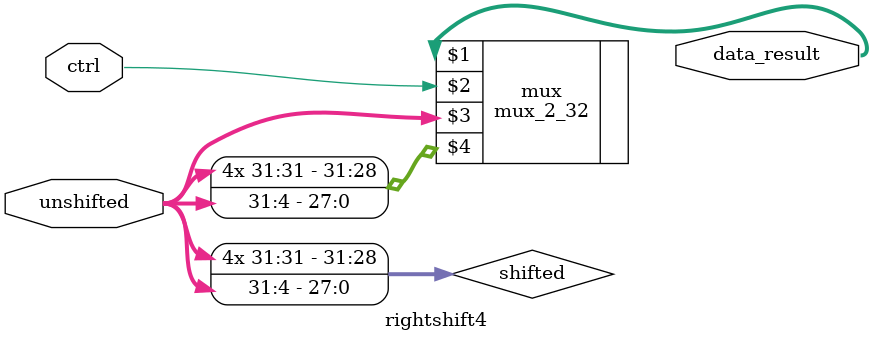
<source format=v>
module rightshift4( data_result, unshifted, ctrl);
    input [31:0] unshifted;
    input ctrl;

    output [31:0] data_result;

    wire [31:0] shifted;

    assign shifted[0] = unshifted[4];
    assign shifted[1] = unshifted[5];
    assign shifted[2] = unshifted[6];
    assign shifted[3] = unshifted[7];
    assign shifted[4] = unshifted[8];
    assign shifted[5] = unshifted[9];
    assign shifted[6] = unshifted[10];
    assign shifted[7] = unshifted[11];
    assign shifted[8] = unshifted[12];
    assign shifted[9] = unshifted[13];
    assign shifted[10] = unshifted[14];
    assign shifted[11] = unshifted[15];
    assign shifted[12] = unshifted[16];
    assign shifted[13] = unshifted[17];
    assign shifted[14] = unshifted[18];
    assign shifted[15] = unshifted[19];
    assign shifted[16] = unshifted[20];
    assign shifted[17] = unshifted[21];
    assign shifted[18] = unshifted[22];
    assign shifted[19] = unshifted[23];
    assign shifted[20] = unshifted[24];
    assign shifted[21] = unshifted[25];
    assign shifted[22] = unshifted[26];
    assign shifted[23] = unshifted[27];
    assign shifted[24] = unshifted[28];
    assign shifted[25] = unshifted[29];
    assign shifted[26] = unshifted[30];
    assign shifted[27] = unshifted[31];
    assign shifted[31] = unshifted[31];
    assign shifted[30] = unshifted[31];
    assign shifted[29] = unshifted[31];
    assign shifted[28] = unshifted[31];

    mux_2_32 mux(data_result, ctrl, unshifted, shifted);

endmodule
</source>
